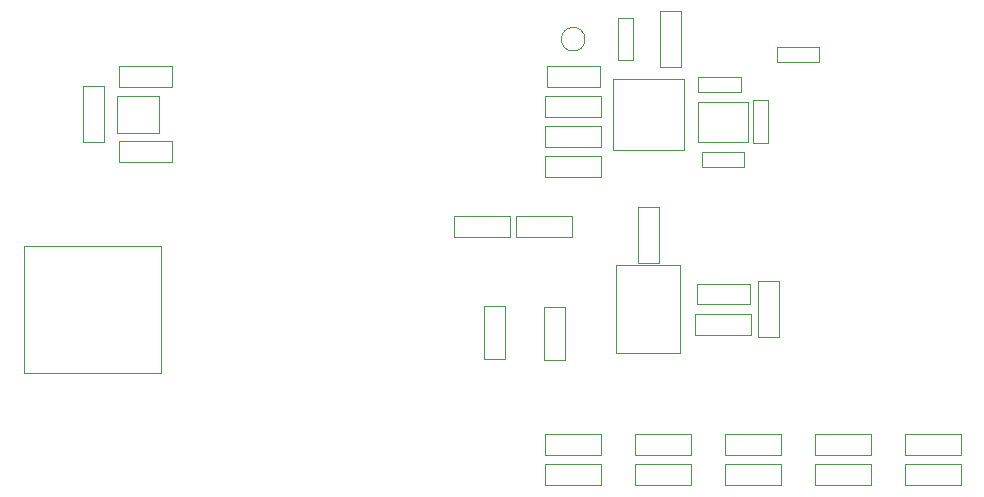
<source format=gbr>
G04 #@! TF.FileFunction,Other,User*
%FSLAX46Y46*%
G04 Gerber Fmt 4.6, Leading zero omitted, Abs format (unit mm)*
G04 Created by KiCad (PCBNEW 4.0.7) date 04/10/18 20:30:17*
%MOMM*%
%LPD*%
G01*
G04 APERTURE LIST*
%ADD10C,0.100000*%
%ADD11C,0.050000*%
G04 APERTURE END LIST*
D10*
D11*
X122265000Y-89145000D02*
X117765000Y-89145000D01*
X122265000Y-89145000D02*
X122265000Y-87395000D01*
X117765000Y-87395000D02*
X117765000Y-89145000D01*
X117765000Y-87395000D02*
X122265000Y-87395000D01*
X150403701Y-101353393D02*
X150403701Y-105853393D01*
X150403701Y-101353393D02*
X148653701Y-101353393D01*
X148653701Y-105853393D02*
X150403701Y-105853393D01*
X148653701Y-105853393D02*
X148653701Y-101353393D01*
X122265000Y-82795000D02*
X117765000Y-82795000D01*
X122265000Y-82795000D02*
X122265000Y-81045000D01*
X117765000Y-81045000D02*
X117765000Y-82795000D01*
X117765000Y-81045000D02*
X122265000Y-81045000D01*
X155483701Y-101373393D02*
X155483701Y-105873393D01*
X155483701Y-101373393D02*
X153733701Y-101373393D01*
X153733701Y-105873393D02*
X155483701Y-105873393D01*
X153733701Y-105873393D02*
X153733701Y-101373393D01*
X172735000Y-83925000D02*
X172735000Y-87525000D01*
X172735000Y-83925000D02*
X171435000Y-83925000D01*
X171435000Y-87525000D02*
X172735000Y-87525000D01*
X171435000Y-87525000D02*
X171435000Y-83925000D01*
X167110000Y-88250000D02*
X170710000Y-88250000D01*
X167110000Y-88250000D02*
X167110000Y-89550000D01*
X170710000Y-89550000D02*
X170710000Y-88250000D01*
X170710000Y-89550000D02*
X167110000Y-89550000D01*
X166660000Y-99450000D02*
X171160000Y-99450000D01*
X166660000Y-99450000D02*
X166660000Y-101200000D01*
X171160000Y-101200000D02*
X171160000Y-99450000D01*
X171160000Y-101200000D02*
X166660000Y-101200000D01*
X170390000Y-83200000D02*
X166790000Y-83200000D01*
X170390000Y-83200000D02*
X170390000Y-81900000D01*
X166790000Y-81900000D02*
X166790000Y-83200000D01*
X166790000Y-81900000D02*
X170390000Y-81900000D01*
X177060000Y-80660000D02*
X173460000Y-80660000D01*
X177060000Y-80660000D02*
X177060000Y-79360000D01*
X173460000Y-79360000D02*
X173460000Y-80660000D01*
X173460000Y-79360000D02*
X177060000Y-79360000D01*
X158460000Y-82795000D02*
X153960000Y-82795000D01*
X158460000Y-82795000D02*
X158460000Y-81045000D01*
X153960000Y-81045000D02*
X153960000Y-82795000D01*
X153960000Y-81045000D02*
X158460000Y-81045000D01*
X160005000Y-80540000D02*
X160005000Y-76940000D01*
X160005000Y-80540000D02*
X161305000Y-80540000D01*
X161305000Y-76940000D02*
X160005000Y-76940000D01*
X161305000Y-76940000D02*
X161305000Y-80540000D01*
X153860000Y-114670000D02*
X158560000Y-114670000D01*
X153860000Y-114670000D02*
X153860000Y-116470000D01*
X158560000Y-116470000D02*
X158560000Y-114670000D01*
X158560000Y-116470000D02*
X153860000Y-116470000D01*
X161480000Y-114670000D02*
X166180000Y-114670000D01*
X161480000Y-114670000D02*
X161480000Y-116470000D01*
X166180000Y-116470000D02*
X166180000Y-114670000D01*
X166180000Y-116470000D02*
X161480000Y-116470000D01*
X169100000Y-114670000D02*
X173800000Y-114670000D01*
X169100000Y-114670000D02*
X169100000Y-116470000D01*
X173800000Y-116470000D02*
X173800000Y-114670000D01*
X173800000Y-116470000D02*
X169100000Y-116470000D01*
X176720000Y-114670000D02*
X181420000Y-114670000D01*
X176720000Y-114670000D02*
X176720000Y-116470000D01*
X181420000Y-116470000D02*
X181420000Y-114670000D01*
X181420000Y-116470000D02*
X176720000Y-116470000D01*
X184340000Y-114670000D02*
X189040000Y-114670000D01*
X184340000Y-114670000D02*
X184340000Y-116470000D01*
X189040000Y-116470000D02*
X189040000Y-114670000D01*
X189040000Y-116470000D02*
X184340000Y-116470000D01*
X109695000Y-96210000D02*
X121295000Y-96210000D01*
X109695000Y-106990000D02*
X109695000Y-96210000D01*
X121295000Y-106990000D02*
X109695000Y-106990000D01*
X121295000Y-96210000D02*
X121295000Y-106990000D01*
X114670000Y-87440000D02*
X114670000Y-82740000D01*
X114670000Y-87440000D02*
X116470000Y-87440000D01*
X116470000Y-82740000D02*
X114670000Y-82740000D01*
X116470000Y-82740000D02*
X116470000Y-87440000D01*
X150860000Y-95515000D02*
X146160000Y-95515000D01*
X150860000Y-95515000D02*
X150860000Y-93715000D01*
X146160000Y-93715000D02*
X146160000Y-95515000D01*
X146160000Y-93715000D02*
X150860000Y-93715000D01*
X151400000Y-93715000D02*
X156100000Y-93715000D01*
X151400000Y-93715000D02*
X151400000Y-95515000D01*
X156100000Y-95515000D02*
X156100000Y-93715000D01*
X156100000Y-95515000D02*
X151400000Y-95515000D01*
X171260000Y-103770000D02*
X166560000Y-103770000D01*
X171260000Y-103770000D02*
X171260000Y-101970000D01*
X166560000Y-101970000D02*
X166560000Y-103770000D01*
X166560000Y-101970000D02*
X171260000Y-101970000D01*
X171820000Y-103950000D02*
X171820000Y-99250000D01*
X171820000Y-103950000D02*
X173620000Y-103950000D01*
X173620000Y-99250000D02*
X171820000Y-99250000D01*
X173620000Y-99250000D02*
X173620000Y-103950000D01*
X165365000Y-76390000D02*
X165365000Y-81090000D01*
X165365000Y-76390000D02*
X163565000Y-76390000D01*
X163565000Y-81090000D02*
X165365000Y-81090000D01*
X163565000Y-81090000D02*
X163565000Y-76390000D01*
X161660000Y-97680000D02*
X161660000Y-92980000D01*
X161660000Y-97680000D02*
X163460000Y-97680000D01*
X163460000Y-92980000D02*
X161660000Y-92980000D01*
X163460000Y-92980000D02*
X163460000Y-97680000D01*
X153860000Y-112130000D02*
X158560000Y-112130000D01*
X153860000Y-112130000D02*
X153860000Y-113930000D01*
X158560000Y-113930000D02*
X158560000Y-112130000D01*
X158560000Y-113930000D02*
X153860000Y-113930000D01*
X161480000Y-112130000D02*
X166180000Y-112130000D01*
X161480000Y-112130000D02*
X161480000Y-113930000D01*
X166180000Y-113930000D02*
X166180000Y-112130000D01*
X166180000Y-113930000D02*
X161480000Y-113930000D01*
X169100000Y-112130000D02*
X173800000Y-112130000D01*
X169100000Y-112130000D02*
X169100000Y-113930000D01*
X173800000Y-113930000D02*
X173800000Y-112130000D01*
X173800000Y-113930000D02*
X169100000Y-113930000D01*
X176720000Y-112130000D02*
X181420000Y-112130000D01*
X176720000Y-112130000D02*
X176720000Y-113930000D01*
X181420000Y-113930000D02*
X181420000Y-112130000D01*
X181420000Y-113930000D02*
X176720000Y-113930000D01*
X184340000Y-112130000D02*
X189040000Y-112130000D01*
X184340000Y-112130000D02*
X184340000Y-113930000D01*
X189040000Y-113930000D02*
X189040000Y-112130000D01*
X189040000Y-113930000D02*
X184340000Y-113930000D01*
X158560000Y-87895000D02*
X153860000Y-87895000D01*
X158560000Y-87895000D02*
X158560000Y-86095000D01*
X153860000Y-86095000D02*
X153860000Y-87895000D01*
X153860000Y-86095000D02*
X158560000Y-86095000D01*
X158560000Y-90435000D02*
X153860000Y-90435000D01*
X158560000Y-90435000D02*
X158560000Y-88635000D01*
X153860000Y-88635000D02*
X153860000Y-90435000D01*
X153860000Y-88635000D02*
X158560000Y-88635000D01*
X158560000Y-85355000D02*
X153860000Y-85355000D01*
X158560000Y-85355000D02*
X158560000Y-83555000D01*
X153860000Y-83555000D02*
X153860000Y-85355000D01*
X153860000Y-83555000D02*
X158560000Y-83555000D01*
X121180000Y-83567881D02*
X117580000Y-83567881D01*
X121180000Y-86667881D02*
X117580000Y-86667881D01*
X121180000Y-83567881D02*
X121180000Y-86667881D01*
X117580000Y-83567881D02*
X117580000Y-86667881D01*
X159860000Y-105330000D02*
X165260000Y-105330000D01*
X159860000Y-97870000D02*
X165260000Y-97870000D01*
X159860000Y-105330000D02*
X159860000Y-97870000D01*
X165260000Y-105330000D02*
X165260000Y-97870000D01*
X165560000Y-82090000D02*
X159560000Y-82090000D01*
X165560000Y-88090000D02*
X159560000Y-88090000D01*
X165560000Y-82090000D02*
X165560000Y-88090000D01*
X159560000Y-82090000D02*
X159560000Y-88090000D01*
X171010000Y-87425000D02*
X171010000Y-84025000D01*
X171010000Y-84025000D02*
X166810000Y-84025000D01*
X166810000Y-84025000D02*
X166810000Y-87425000D01*
X166810000Y-87425000D02*
X171010000Y-87425000D01*
X157210000Y-78740000D02*
G75*
G03X157210000Y-78740000I-1000000J0D01*
G01*
M02*

</source>
